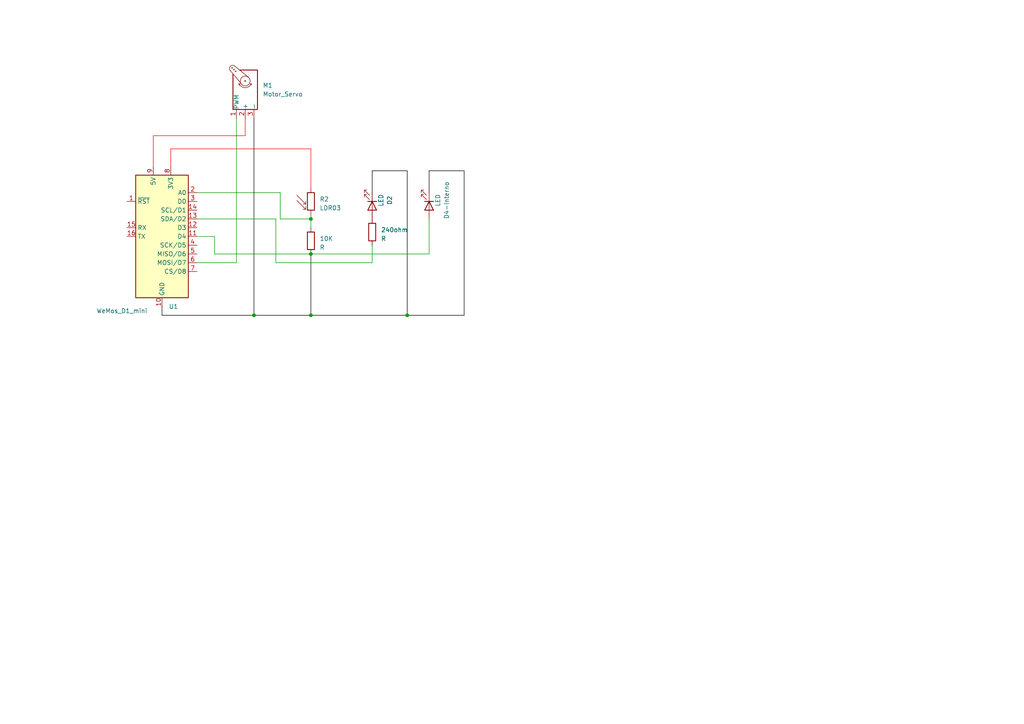
<source format=kicad_sch>
(kicad_sch (version 20230121) (generator eeschema)
  (paper "A4")
  (lib_symbols
    (symbol "Device:LED" (pin_numbers hide) (pin_names (offset 1.016) hide)
      (property "Reference" "D" (at 0 2.54 0))
      (property "Value" "LED" (at 0 -2.54 0))
      (symbol "LED_0_1"
        (polyline (pts (xy -1.27 -1.27) (xy -1.27 1.27)) (stroke (width 0.254)))
        (polyline (pts (xy -1.27 0) (xy 1.27 0)))
        (polyline (pts (xy 1.27 -1.27) (xy 1.27 1.27) (xy -1.27 0) (xy 1.27 -1.27)) (stroke (width 0.254)))
        (polyline (pts (xy -3.048 -0.762) (xy -4.572 -2.286) (xy -3.81 -2.286) (xy -4.572 -2.286) (xy -4.572 -1.524)))
        (polyline (pts (xy -1.778 -0.762) (xy -3.302 -2.286) (xy -2.54 -2.286) (xy -3.302 -2.286) (xy -3.302 -1.524)))
      )
      (symbol "LED_1_1"
        (pin passive line (at -3.81 0 0) (length 2.54) (name "K") (number "1"))
        (pin passive line (at 3.81 0 180) (length 2.54) (name "A") (number "2"))
      )
    )
    (symbol "Device:R" (pin_numbers hide) (pin_names (offset 0))
      (property "Reference" "R" (at 2.032 0 90))
      (property "Value" "R" (at 0 0 90))
      (symbol "R_0_1"
        (rectangle (start -1.016 -2.54) (end 1.016 2.54) (stroke (width 0.254)))
      )
      (symbol "R_1_1"
        (pin passive line (at 0 3.81 270) (length 1.27) (name "~") (number "1"))
        (pin passive line (at 0 -3.81 90) (length 1.27) (name "~") (number "2"))
      )
    )
    (symbol "MCU_Module:WeMos_D1_mini"
      (property "Reference" "U" (at 3.81 19.05 0))
      (property "Value" "WeMos_D1_mini" (at 1.27 -19.05 0))
      (symbol "WeMos_D1_mini_1_1"
        (rectangle (start -7.62 17.78) (end 7.62 -17.78) (stroke (width 0.254)) (fill (type background)))
        (pin input line (at -10.16 10.16 0) (length 2.54) (name "~{RST}") (number "1"))
        (pin power_in line (at 0 -20.32 90) (length 2.54) (name "GND") (number "10"))
        (pin bidirectional line (at 10.16 0 180) (length 2.54) (name "D4") (number "11"))
        (pin bidirectional line (at 10.16 2.54 180) (length 2.54) (name "D3") (number "12"))
        (pin bidirectional line (at 10.16 5.08 180) (length 2.54) (name "SDA/D2") (number "13"))
        (pin bidirectional line (at 10.16 7.62 180) (length 2.54) (name "SCL/D1") (number "14"))
        (pin input line (at -10.16 2.54 0) (length 2.54) (name "RX") (number "15"))
        (pin output line (at -10.16 0 0) (length 2.54) (name "TX") (number "16"))
        (pin input line (at 10.16 12.7 180) (length 2.54) (name "A0") (number "2"))
        (pin bidirectional line (at 10.16 10.16 180) (length 2.54) (name "D0") (number "3"))
        (pin bidirectional line (at 10.16 -2.54 180) (length 2.54) (name "SCK/D5") (number "4"))
        (pin bidirectional line (at 10.16 -5.08 180) (length 2.54) (name "MISO/D6") (number "5"))
        (pin bidirectional line (at 10.16 -7.62 180) (length 2.54) (name "MOSI/D7") (number "6"))
        (pin bidirectional line (at 10.16 -10.16 180) (length 2.54) (name "CS/D8") (number "7"))
        (pin power_out line (at 2.54 20.32 270) (length 2.54) (name "3V3") (number "8"))
        (pin power_in line (at -2.54 20.32 270) (length 2.54) (name "5V") (number "9"))
      )
    )
    (symbol "Motor:Motor_Servo" (pin_names (offset 0.0254))
      (property "Reference" "M" (at -5.08 4.445 0))
      (property "Value" "Motor_Servo" (at -5.08 -4.064 0))
      (symbol "Motor_Servo_0_1"
        (polyline (pts (xy 2.413 -1.778) (xy 2.032 -1.778)))
        (polyline (pts (xy 2.413 -1.778) (xy 2.286 -1.397)))
        (polyline (pts (xy 2.413 1.778) (xy 1.905 1.778)))
        (polyline (pts (xy 2.413 1.778) (xy 2.286 1.397)))
        (polyline (pts (xy 6.35 4.445) (xy 2.54 1.27)))
        (polyline (pts (xy 7.62 3.175) (xy 4.191 -1.016)))
        (polyline (pts (xy 5.08 3.556) (xy -5.08 3.556) (xy -5.08 -3.556) (xy 6.35 -3.556) (xy 6.35 1.524)) (stroke (width 0.254)))
        (arc (start 2.413 1.778) (mid 1.2406 0) (end 2.413 -1.778))
        (circle (center 3.175 0) (radius 0.1778))
        (circle (center 3.175 0) (radius 1.4224))
        (circle (center 5.969 2.794) (radius 0.127))
        (circle (center 6.477 3.302) (radius 0.127))
        (circle (center 6.985 3.81) (radius 0.127))
        (arc (start 7.62 3.175) (mid 7.4485 4.2735) (end 6.35 4.445))
      )
      (symbol "Motor_Servo_1_1"
        (pin passive line (at -7.62 2.54 0) (length 2.54) (name "PWM") (number "1"))
        (pin passive line (at -7.62 0 0) (length 2.54) (name "+") (number "2"))
        (pin passive line (at -7.62 -2.54 0) (length 2.54) (name "-") (number "3"))
      )
    )
    (symbol "Sensor_Optical:LDR03" (pin_numbers hide) (pin_names (offset 0))
      (property "Reference" "R" (at -5.08 0 90))
      (property "Value" "LDR03" (at 1.905 0 90))
      (symbol "LDR03_0_1"
        (rectangle (start -1.016 2.54) (end 1.016 -2.54) (stroke (width 0.254)))
        (polyline (pts (xy -1.524 -2.286) (xy -4.064 0.254)))
        (polyline (pts (xy -1.524 -2.286) (xy -2.286 -2.286)))
        (polyline (pts (xy -1.524 -2.286) (xy -1.524 -1.524)))
        (polyline (pts (xy -1.524 -0.762) (xy -4.064 1.778)))
        (polyline (pts (xy -1.524 -0.762) (xy -2.286 -0.762)))
        (polyline (pts (xy -1.524 -0.762) (xy -1.524 0)))
      )
      (symbol "LDR03_1_1"
        (pin passive line (at 0 3.81 270) (length 1.27) (name "~") (number "1"))
        (pin passive line (at 0 -3.81 90) (length 1.27) (name "~") (number "2"))
      )
    )
  )
  (junction (at 118.11 91.44))
  (junction (at 90.17 63.5))
  (junction (at 90.17 91.44))
  (junction (at 90.17 73.66))
  (junction (at 73.66 91.44))
  (wire (pts (xy 46.99 88.9) (xy 46.99 91.44)) (stroke (width 0) (color 0 0 0 1)))
  (wire (pts (xy 44.45 39.37) (xy 71.12 39.37)) (stroke (width 0) (color 255 0 0 1)))
  (wire (pts (xy 90.17 62.23) (xy 90.17 63.5)))
  (wire (pts (xy 124.46 55.88) (xy 124.46 49.53)) (stroke (width 0) (color 0 0 0 1)))
  (wire (pts (xy 68.58 76.2) (xy 57.15 76.2)))
  (wire (pts (xy 81.28 55.88) (xy 81.28 63.5)))
  (wire (pts (xy 124.46 73.66) (xy 90.17 73.66)))
  (wire (pts (xy 44.45 46.99) (xy 44.45 48.26)) (stroke (width 0) (color 255 0 6 1)))
  (wire (pts (xy 90.17 91.44) (xy 118.11 91.44)) (stroke (width 0) (color 0 0 0 1)))
  (wire (pts (xy 90.17 54.61) (xy 90.17 43.18)) (stroke (width 0) (color 255 0 0 1)))
  (wire (pts (xy 107.95 76.2) (xy 107.95 71.12)))
  (wire (pts (xy 44.45 46.99) (xy 44.45 39.37)) (stroke (width 0) (color 255 0 0 1)))
  (wire (pts (xy 68.58 34.29) (xy 68.58 76.2)))
  (wire (pts (xy 73.66 91.44) (xy 46.99 91.44)) (stroke (width 0) (color 0 0 0 1)))
  (wire (pts (xy 124.46 63.5) (xy 124.46 73.66)))
  (wire (pts (xy 90.17 73.66) (xy 90.17 91.44)) (stroke (width 0) (color 0 0 0 1)))
  (wire (pts (xy 124.46 49.53) (xy 134.62 49.53)) (stroke (width 0) (color 0 0 0 1)))
  (wire (pts (xy 134.62 91.44) (xy 118.11 91.44)) (stroke (width 0) (color 0 0 0 1)))
  (wire (pts (xy 80.01 63.5) (xy 80.01 76.2)))
  (wire (pts (xy 62.23 73.66) (xy 62.23 68.58)))
  (wire (pts (xy 107.95 49.53) (xy 118.11 49.53)) (stroke (width 0) (color 0 0 0 1)))
  (wire (pts (xy 90.17 43.18) (xy 49.53 43.18)) (stroke (width 0) (color 255 0 0 1)))
  (wire (pts (xy 57.15 55.88) (xy 81.28 55.88)))
  (wire (pts (xy 90.17 63.5) (xy 90.17 66.04)))
  (wire (pts (xy 73.66 91.44) (xy 90.17 91.44)) (stroke (width 0) (color 0 0 0 1)))
  (wire (pts (xy 80.01 63.5) (xy 57.15 63.5)))
  (wire (pts (xy 90.17 73.66) (xy 62.23 73.66)))
  (wire (pts (xy 62.23 68.58) (xy 57.15 68.58)))
  (wire (pts (xy 81.28 63.5) (xy 90.17 63.5)))
  (wire (pts (xy 71.12 39.37) (xy 71.12 34.29)) (stroke (width 0) (color 255 0 0 1)))
  (wire (pts (xy 49.53 43.18) (xy 49.53 48.26)) (stroke (width 0) (color 255 0 0 1)))
  (wire (pts (xy 107.95 55.88) (xy 107.95 49.53)) (stroke (width 0) (color 0 0 0 1)))
  (wire (pts (xy 80.01 76.2) (xy 107.95 76.2)))
  (wire (pts (xy 134.62 49.53) (xy 134.62 91.44)) (stroke (width 0) (color 0 0 0 1)))
  (wire (pts (xy 118.11 49.53) (xy 118.11 91.44)) (stroke (width 0) (color 0 0 0 1)))
  (wire (pts (xy 73.66 34.29) (xy 73.66 91.44)) (stroke (width 0) (color 0 0 0 1)))
  (symbol (lib_id "Sensor_Optical:LDR03") (at 90.17 58.42 0) (unit 1)
    (property "Reference" "R2" (at 92.71 57.785 0) (effects (justify left)))
    (property "Value" "LDR03" (at 92.71 60.325 0) (effects (justify left)))
    (property "Footprint" "OptoDevice:R_LDR_10x8.5mm_P7.6mm_Vertical" (effects hide))
    (property "Datasheet" "http://www.elektronica-componenten.nl/WebRoot/StoreNL/Shops/61422969/54F1/BA0C/C664/31B9/2173/C0A8/2AB9/2AEF/LDR03IMP.pdf" (effects hide))
  )
  (symbol (lib_id "Device:LED") (at 107.95 59.69 270) (unit 1)
    (property "Reference" "D2" (at 113.03 58.1025 0))
    (property "Value" "LED" (at 110.49 58.1025 0))
  )
  (symbol (lib_id "MCU_Module:WeMos_D1_mini") (at 46.99 68.58 0) (unit 1)
    (property "Reference" "U1" (at 48.9459 88.9 0) (effects (justify left)))
    (property "Value" "WeMos_D1_mini" (at 27.94 90.17 0) (effects (justify left)))
    (property "Footprint" "Module:WEMOS_D1_mini_light" (effects hide))
    (property "Datasheet" "https://wiki.wemos.cc/products:d1:d1_mini#documentation" (effects hide))
  )
  (symbol (lib_id "Device:R") (at 107.95 67.31 0) (unit 1)
    (property "Reference" "240ohm" (at 110.49 66.675 0) (effects (justify left)))
    (property "Value" "R" (at 110.49 69.215 0) (effects (justify left)))
  )
  (symbol (lib_id "Device:LED") (at 124.46 59.69 270) (unit 1)
    (property "Reference" "D4-Interno" (at 129.54 58.1025 0))
    (property "Value" "LED" (at 127 58.1025 0))
  )
  (symbol (lib_id "Motor:Motor_Servo") (at 71.12 26.67 90) (unit 1)
    (property "Reference" "M1" (at 76.2 24.7761 90) (effects (justify right)))
    (property "Value" "Motor_Servo" (at 76.2 27.3161 90) (effects (justify right)))
    (property "Datasheet" "http://forums.parallax.com/uploads/attachments/46831/74481.png" (effects hide))
  )
  (symbol (lib_id "Device:R") (at 90.17 69.85 0) (unit 1)
    (property "Reference" "10K" (at 92.71 69.215 0) (effects (justify left)))
    (property "Value" "R" (at 92.71 71.755 0) (effects (justify left)))
  )
)
</source>
